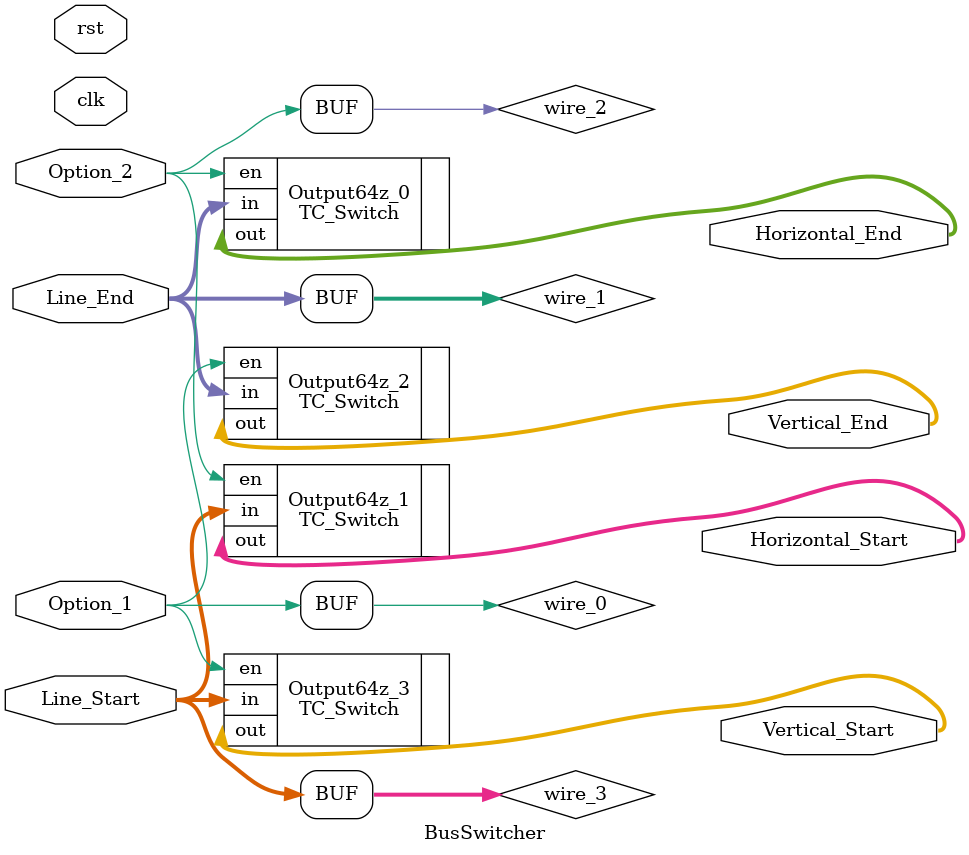
<source format=v>
module BusSwitcher (clk, rst, Line_End, Line_Start, Option_1, Option_2, Horizontal_End, Horizontal_Start, Vertical_End, Vertical_Start);
  parameter UUID = 0;
  parameter NAME = "";
  input wire clk;
  input wire rst;

  input  wire [63:0] Line_End;
  input  wire [63:0] Line_Start;
  input  wire [0:0] Option_1;
  input  wire [0:0] Option_2;
  output  wire [63:0] Horizontal_End;
  output  wire [63:0] Horizontal_Start;
  output  wire [63:0] Vertical_End;
  output  wire [63:0] Vertical_Start;

  TC_Switch # (.UUID(64'd1037011429401707377 ^ UUID), .BIT_WIDTH(64'd64)) Output64z_0 (.en(wire_2), .in(wire_1), .out(Horizontal_End));
  TC_Switch # (.UUID(64'd3603658728742110537 ^ UUID), .BIT_WIDTH(64'd64)) Output64z_1 (.en(wire_2), .in(wire_3), .out(Horizontal_Start));
  TC_Switch # (.UUID(64'd2399175043195774775 ^ UUID), .BIT_WIDTH(64'd64)) Output64z_2 (.en(wire_0), .in(wire_1), .out(Vertical_End));
  TC_Switch # (.UUID(64'd434068716900805458 ^ UUID), .BIT_WIDTH(64'd64)) Output64z_3 (.en(wire_0), .in(wire_3), .out(Vertical_Start));
  TC_Constant # (.UUID(64'd1692086865912217551 ^ UUID), .BIT_WIDTH(64'd1), .value(1'd0)) Off_4 (.out());
  TC_Constant # (.UUID(64'd1001741648685428336 ^ UUID), .BIT_WIDTH(64'd1), .value(1'd0)) Off_5 (.out());
  TC_Constant # (.UUID(64'd3034624821468319770 ^ UUID), .BIT_WIDTH(64'd1), .value(1'd0)) Off_6 (.out());
  TC_Constant # (.UUID(64'd1562297806871825111 ^ UUID), .BIT_WIDTH(64'd1), .value(1'd0)) Off_7 (.out());

  wire [0:0] wire_0;
  assign wire_0 = Option_1;
  wire [63:0] wire_1;
  assign wire_1 = Line_End;
  wire [0:0] wire_2;
  assign wire_2 = Option_2;
  wire [63:0] wire_3;
  assign wire_3 = Line_Start;

endmodule

</source>
